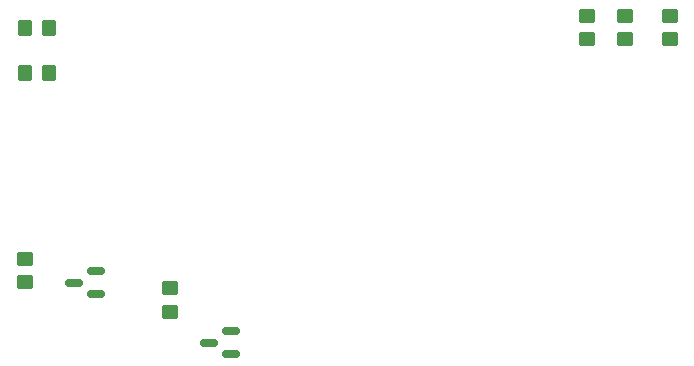
<source format=gtp>
%TF.GenerationSoftware,KiCad,Pcbnew,6.0.5-a6ca702e91~116~ubuntu20.04.1*%
%TF.CreationDate,2022-05-18T10:56:59+02:00*%
%TF.ProjectId,StationMeteo,53746174-696f-46e4-9d65-74656f2e6b69,rev?*%
%TF.SameCoordinates,PX21e9a40PY196f3b0*%
%TF.FileFunction,Paste,Top*%
%TF.FilePolarity,Positive*%
%FSLAX46Y46*%
G04 Gerber Fmt 4.6, Leading zero omitted, Abs format (unit mm)*
G04 Created by KiCad (PCBNEW 6.0.5-a6ca702e91~116~ubuntu20.04.1) date 2022-05-18 10:56:59*
%MOMM*%
%LPD*%
G01*
G04 APERTURE LIST*
G04 Aperture macros list*
%AMRoundRect*
0 Rectangle with rounded corners*
0 $1 Rounding radius*
0 $2 $3 $4 $5 $6 $7 $8 $9 X,Y pos of 4 corners*
0 Add a 4 corners polygon primitive as box body*
4,1,4,$2,$3,$4,$5,$6,$7,$8,$9,$2,$3,0*
0 Add four circle primitives for the rounded corners*
1,1,$1+$1,$2,$3*
1,1,$1+$1,$4,$5*
1,1,$1+$1,$6,$7*
1,1,$1+$1,$8,$9*
0 Add four rect primitives between the rounded corners*
20,1,$1+$1,$2,$3,$4,$5,0*
20,1,$1+$1,$4,$5,$6,$7,0*
20,1,$1+$1,$6,$7,$8,$9,0*
20,1,$1+$1,$8,$9,$2,$3,0*%
G04 Aperture macros list end*
%ADD10RoundRect,0.250000X0.350000X0.450000X-0.350000X0.450000X-0.350000X-0.450000X0.350000X-0.450000X0*%
%ADD11RoundRect,0.250000X-0.450000X0.350000X-0.450000X-0.350000X0.450000X-0.350000X0.450000X0.350000X0*%
%ADD12RoundRect,0.150000X0.587500X0.150000X-0.587500X0.150000X-0.587500X-0.150000X0.587500X-0.150000X0*%
G04 APERTURE END LIST*
D10*
%TO.C,R2*%
X17256000Y-20320000D03*
X15256000Y-20320000D03*
%TD*%
D11*
%TO.C,R8*%
X62865000Y-15510000D03*
X62865000Y-17510000D03*
%TD*%
D12*
%TO.C,Q1*%
X21257500Y-39050000D03*
X21257500Y-37150000D03*
X19382500Y-38100000D03*
%TD*%
D11*
%TO.C,R6*%
X69850000Y-15510000D03*
X69850000Y-17510000D03*
%TD*%
%TO.C,R5*%
X27544344Y-38597254D03*
X27544344Y-40597254D03*
%TD*%
%TO.C,R4*%
X15240000Y-36084000D03*
X15240000Y-38084000D03*
%TD*%
D12*
%TO.C,Q2*%
X32687500Y-44130000D03*
X32687500Y-42230000D03*
X30812500Y-43180000D03*
%TD*%
D11*
%TO.C,R7*%
X66040000Y-15510000D03*
X66040000Y-17510000D03*
%TD*%
D10*
%TO.C,R3*%
X17256000Y-16510000D03*
X15256000Y-16510000D03*
%TD*%
M02*

</source>
